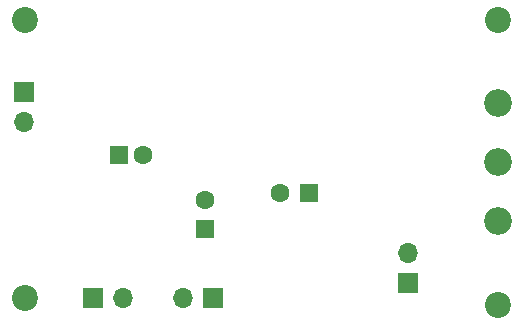
<source format=gbs>
G04 #@! TF.GenerationSoftware,KiCad,Pcbnew,9.0.0-9.0.0-2~ubuntu24.04.1*
G04 #@! TF.CreationDate,2025-03-29T11:09:30-07:00*
G04 #@! TF.ProjectId,aud_chain2,6175645f-6368-4616-996e-322e6b696361,rev?*
G04 #@! TF.SameCoordinates,Original*
G04 #@! TF.FileFunction,Soldermask,Bot*
G04 #@! TF.FilePolarity,Negative*
%FSLAX46Y46*%
G04 Gerber Fmt 4.6, Leading zero omitted, Abs format (unit mm)*
G04 Created by KiCad (PCBNEW 9.0.0-9.0.0-2~ubuntu24.04.1) date 2025-03-29 11:09:30*
%MOMM*%
%LPD*%
G01*
G04 APERTURE LIST*
%ADD10C,2.200000*%
%ADD11R,1.600000X1.600000*%
%ADD12C,1.600000*%
%ADD13C,2.340000*%
%ADD14R,1.700000X1.700000*%
%ADD15O,1.700000X1.700000*%
G04 APERTURE END LIST*
D10*
X93345000Y-129540000D03*
D11*
X77382380Y-144145000D03*
D12*
X74882380Y-144145000D03*
D10*
X93345000Y-153670000D03*
D13*
X93345000Y-146525000D03*
X93345000Y-141525000D03*
X93345000Y-136525000D03*
D14*
X85725000Y-151770000D03*
D15*
X85725000Y-149230000D03*
D10*
X53340000Y-153035000D03*
D14*
X53213000Y-135631000D03*
D15*
X53213000Y-138171000D03*
D10*
X53340000Y-129540000D03*
D11*
X68580000Y-147232380D03*
D12*
X68580000Y-144732380D03*
D11*
X61274888Y-140970000D03*
D12*
X63274888Y-140970000D03*
D14*
X59050000Y-153035000D03*
D15*
X61590000Y-153035000D03*
D14*
X69220000Y-153035000D03*
D15*
X66680000Y-153035000D03*
M02*

</source>
